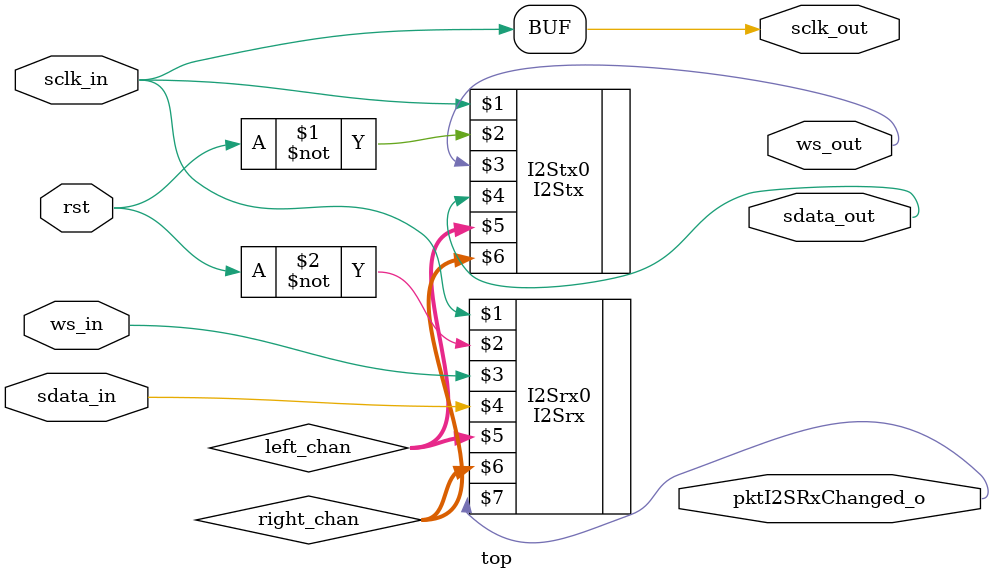
<source format=sv>
module top(
    input  logic sclk_in,
    input  logic rst,
    input  logic ws_in,
    input  logic sdata_in,
    output logic sclk_out,
    output logic ws_out,
    output logic sdata_out,
	output logic pktI2SRxChanged_o
           );

// Internal Logic
parameter WIDTH = 16;
logic [WIDTH-1:0] left_chan, right_chan;

// Instantiate modules
I2Stx #(WIDTH) I2Stx0 (sclk_in, ~rst, ws_out, sdata_out, left_chan, right_chan);
I2Srx #(WIDTH) I2Srx0 (sclk_in, ~rst, ws_in, sdata_in, left_chan, right_chan, pktI2SRxChanged_o);

assign sclk_out = sclk_in;

endmodule
</source>
